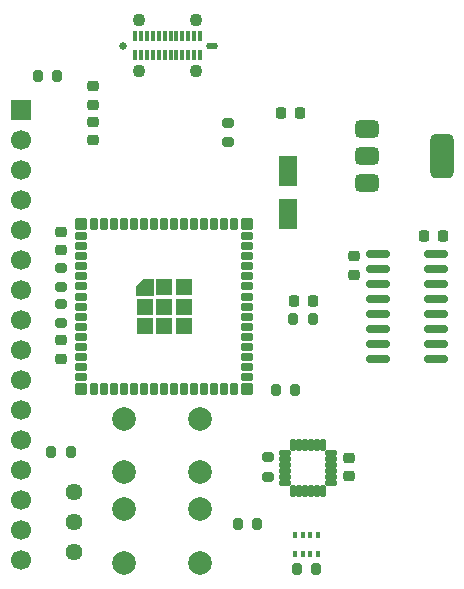
<source format=gbr>
%TF.GenerationSoftware,KiCad,Pcbnew,9.0.2*%
%TF.CreationDate,2025-06-10T14:23:58-07:00*%
%TF.ProjectId,LockerHacks Remake,4c6f636b-6572-4486-9163-6b732052656d,rev?*%
%TF.SameCoordinates,Original*%
%TF.FileFunction,Soldermask,Top*%
%TF.FilePolarity,Negative*%
%FSLAX46Y46*%
G04 Gerber Fmt 4.6, Leading zero omitted, Abs format (unit mm)*
G04 Created by KiCad (PCBNEW 9.0.2) date 2025-06-10 14:23:58*
%MOMM*%
%LPD*%
G01*
G04 APERTURE LIST*
G04 Aperture macros list*
%AMRoundRect*
0 Rectangle with rounded corners*
0 $1 Rounding radius*
0 $2 $3 $4 $5 $6 $7 $8 $9 X,Y pos of 4 corners*
0 Add a 4 corners polygon primitive as box body*
4,1,4,$2,$3,$4,$5,$6,$7,$8,$9,$2,$3,0*
0 Add four circle primitives for the rounded corners*
1,1,$1+$1,$2,$3*
1,1,$1+$1,$4,$5*
1,1,$1+$1,$6,$7*
1,1,$1+$1,$8,$9*
0 Add four rect primitives between the rounded corners*
20,1,$1+$1,$2,$3,$4,$5,0*
20,1,$1+$1,$4,$5,$6,$7,0*
20,1,$1+$1,$6,$7,$8,$9,0*
20,1,$1+$1,$8,$9,$2,$3,0*%
G04 Aperture macros list end*
%ADD10C,0.010000*%
%ADD11R,0.350000X0.500000*%
%ADD12C,1.100000*%
%ADD13R,0.300000X0.850000*%
%ADD14O,1.000000X0.580000*%
%ADD15C,0.660000*%
%ADD16RoundRect,0.200000X-0.200000X-0.275000X0.200000X-0.275000X0.200000X0.275000X-0.200000X0.275000X0*%
%ADD17RoundRect,0.200000X-0.275000X0.200000X-0.275000X-0.200000X0.275000X-0.200000X0.275000X0.200000X0*%
%ADD18RoundRect,0.375000X-0.625000X-0.375000X0.625000X-0.375000X0.625000X0.375000X-0.625000X0.375000X0*%
%ADD19RoundRect,0.500000X-0.500000X-1.400000X0.500000X-1.400000X0.500000X1.400000X-0.500000X1.400000X0*%
%ADD20RoundRect,0.150000X-0.825000X-0.150000X0.825000X-0.150000X0.825000X0.150000X-0.825000X0.150000X0*%
%ADD21RoundRect,0.102000X-0.395000X-0.140000X0.395000X-0.140000X0.395000X0.140000X-0.395000X0.140000X0*%
%ADD22RoundRect,0.102000X-0.140000X-0.395000X0.140000X-0.395000X0.140000X0.395000X-0.140000X0.395000X0*%
%ADD23RoundRect,0.102000X-0.400000X-0.400000X0.400000X-0.400000X0.400000X0.400000X-0.400000X0.400000X0*%
%ADD24RoundRect,0.102000X-0.400000X-0.200000X0.400000X-0.200000X0.400000X0.200000X-0.400000X0.200000X0*%
%ADD25RoundRect,0.102000X-0.200000X-0.400000X0.200000X-0.400000X0.200000X0.400000X-0.200000X0.400000X0*%
%ADD26RoundRect,0.102000X-0.600000X-0.600000X0.600000X-0.600000X0.600000X0.600000X-0.600000X0.600000X0*%
%ADD27C,2.000000*%
%ADD28C,1.440000*%
%ADD29RoundRect,0.200000X0.275000X-0.200000X0.275000X0.200000X-0.275000X0.200000X-0.275000X-0.200000X0*%
%ADD30R,1.700000X1.700000*%
%ADD31C,1.700000*%
%ADD32RoundRect,0.218750X-0.218750X-0.256250X0.218750X-0.256250X0.218750X0.256250X-0.218750X0.256250X0*%
%ADD33RoundRect,0.225000X0.250000X-0.225000X0.250000X0.225000X-0.250000X0.225000X-0.250000X-0.225000X0*%
%ADD34RoundRect,0.225000X-0.225000X-0.250000X0.225000X-0.250000X0.225000X0.250000X-0.225000X0.250000X0*%
%ADD35RoundRect,0.250000X-0.550000X1.050000X-0.550000X-1.050000X0.550000X-1.050000X0.550000X1.050000X0*%
G04 APERTURE END LIST*
D10*
%TO.C,U1*%
X113950000Y-86000000D02*
X112550000Y-86000000D01*
X112550000Y-85250000D01*
X113200000Y-84600000D01*
X113950000Y-84600000D01*
X113950000Y-86000000D01*
G36*
X113950000Y-86000000D02*
G01*
X112550000Y-86000000D01*
X112550000Y-85250000D01*
X113200000Y-84600000D01*
X113950000Y-84600000D01*
X113950000Y-86000000D01*
G37*
%TD*%
D11*
%TO.C,U3*%
X126000000Y-107900000D03*
X126650000Y-107900000D03*
X127300000Y-107900000D03*
X127950000Y-107900000D03*
X127950000Y-106300000D03*
X127300000Y-106300000D03*
X126650000Y-106300000D03*
X126000000Y-106300000D03*
%TD*%
D12*
%TO.C,J1*%
X117600000Y-67000000D03*
X117600000Y-62700000D03*
X112800000Y-67000000D03*
X112800000Y-62700000D03*
D13*
X112450000Y-65685000D03*
X112950000Y-65685000D03*
X113450000Y-65685000D03*
X113950000Y-65685000D03*
X114450000Y-65685000D03*
X114950000Y-65685000D03*
X115450000Y-65685000D03*
X115950000Y-65685000D03*
X116450000Y-65685000D03*
X116950000Y-65685000D03*
X117450000Y-65685000D03*
X117950000Y-65685000D03*
X117950000Y-64015000D03*
X117450000Y-64015000D03*
X116950000Y-64015000D03*
X116450000Y-64015000D03*
X115950000Y-64015000D03*
X115450000Y-64015000D03*
X114950000Y-64015000D03*
X114450000Y-64015000D03*
X113950000Y-64015000D03*
X113450000Y-64015000D03*
X112950000Y-64015000D03*
X112450000Y-64015000D03*
D14*
X118950000Y-64850000D03*
D15*
X111450000Y-64850000D03*
%TD*%
D16*
%TO.C,R8*%
X105850000Y-67400000D03*
X104200000Y-67400000D03*
%TD*%
D17*
%TO.C,R7*%
X120300000Y-73050000D03*
X120300000Y-71400000D03*
%TD*%
D18*
%TO.C,U5*%
X132100000Y-71900000D03*
X132100000Y-74200000D03*
D19*
X138400000Y-74200000D03*
D18*
X132100000Y-76500000D03*
%TD*%
D20*
%TO.C,U4*%
X133000000Y-82500000D03*
X133000000Y-83770000D03*
X133000000Y-85040000D03*
X133000000Y-86310000D03*
X133000000Y-87580000D03*
X133000000Y-88850000D03*
X133000000Y-90120000D03*
X133000000Y-91390000D03*
X137950000Y-91390000D03*
X137950000Y-90120000D03*
X137950000Y-88850000D03*
X137950000Y-87580000D03*
X137950000Y-86310000D03*
X137950000Y-85040000D03*
X137950000Y-83770000D03*
X137950000Y-82500000D03*
%TD*%
D21*
%TO.C,U2*%
X125110000Y-99350000D03*
X125110000Y-99850000D03*
X125110000Y-100350000D03*
X125110000Y-100850000D03*
X125110000Y-101350000D03*
X125110000Y-101850000D03*
D22*
X125830000Y-102570000D03*
X126330000Y-102570000D03*
X126830000Y-102570000D03*
X127330000Y-102570000D03*
X127830000Y-102570000D03*
X128330000Y-102570000D03*
D21*
X129050000Y-101850000D03*
X129050000Y-101350000D03*
X129050000Y-100850000D03*
X129050000Y-100350000D03*
X129050000Y-99850000D03*
X129050000Y-99350000D03*
D22*
X128330000Y-98630000D03*
X127830000Y-98630000D03*
X127330000Y-98630000D03*
X126830000Y-98630000D03*
X126330000Y-98630000D03*
X125830000Y-98630000D03*
%TD*%
D23*
%TO.C,U1*%
X107900000Y-79950000D03*
X107900000Y-93950000D03*
X121900000Y-79950000D03*
X121900000Y-93950000D03*
D24*
X107900000Y-81000000D03*
X107900000Y-81850000D03*
X107900000Y-82700000D03*
X107900000Y-83550000D03*
X107900000Y-84400000D03*
X107900000Y-85250000D03*
X107900000Y-86100000D03*
X107900000Y-86950000D03*
X107900000Y-87800000D03*
X107900000Y-88650000D03*
X107900000Y-89500000D03*
X107900000Y-90350000D03*
X107900000Y-91200000D03*
X107900000Y-92050000D03*
X107900000Y-92900000D03*
D25*
X108950000Y-93950000D03*
X109800000Y-93950000D03*
X110650000Y-93950000D03*
X111500000Y-93950000D03*
X112350000Y-93950000D03*
X113200000Y-93950000D03*
X114050000Y-93950000D03*
X114900000Y-93950000D03*
X115750000Y-93950000D03*
X116600000Y-93950000D03*
X117450000Y-93950000D03*
X118300000Y-93950000D03*
X119150000Y-93950000D03*
X120000000Y-93950000D03*
X120850000Y-93950000D03*
D24*
X121900000Y-92900000D03*
X121900000Y-92050000D03*
X121900000Y-91200000D03*
X121900000Y-90350000D03*
X121900000Y-89500000D03*
X121900000Y-88650000D03*
X121900000Y-87800000D03*
X121900000Y-86950000D03*
X121900000Y-86100000D03*
X121900000Y-85250000D03*
X121900000Y-84400000D03*
X121900000Y-83550000D03*
X121900000Y-82700000D03*
X121900000Y-81850000D03*
X121900000Y-81000000D03*
D25*
X120850000Y-79950000D03*
X120000000Y-79950000D03*
X119150000Y-79950000D03*
X118300000Y-79950000D03*
X117450000Y-79950000D03*
X116600000Y-79950000D03*
X115750000Y-79950000D03*
X114900000Y-79950000D03*
X114050000Y-79950000D03*
X113200000Y-79950000D03*
X112350000Y-79950000D03*
X111500000Y-79950000D03*
X110650000Y-79950000D03*
X109800000Y-79950000D03*
X108950000Y-79950000D03*
D26*
X114900000Y-86950000D03*
X114900000Y-85300000D03*
X116550000Y-85300000D03*
X116550000Y-86950000D03*
X116550000Y-88600000D03*
X114900000Y-88600000D03*
X113250000Y-88600000D03*
X113250000Y-86950000D03*
%TD*%
D27*
%TO.C,SW2*%
X111485000Y-96430000D03*
X117985000Y-96430000D03*
X111485000Y-100930000D03*
X117985000Y-100930000D03*
%TD*%
%TO.C,SW1*%
X111485000Y-104130000D03*
X117985000Y-104130000D03*
X111485000Y-108630000D03*
X117985000Y-108630000D03*
%TD*%
D28*
%TO.C,RV1*%
X107300000Y-102620000D03*
X107300000Y-105160000D03*
X107300000Y-107700000D03*
%TD*%
D16*
%TO.C,R11*%
X125837500Y-88000000D03*
X127487500Y-88000000D03*
%TD*%
D29*
%TO.C,R10*%
X106150000Y-85300000D03*
X106150000Y-83650000D03*
%TD*%
%TO.C,R6*%
X106200000Y-88350000D03*
X106200000Y-86700000D03*
%TD*%
D16*
%TO.C,R5*%
X121150000Y-105400000D03*
X122800000Y-105400000D03*
%TD*%
%TO.C,R4*%
X126150000Y-109200000D03*
X127800000Y-109200000D03*
%TD*%
%TO.C,R3*%
X124350000Y-94000000D03*
X126000000Y-94000000D03*
%TD*%
D29*
%TO.C,R2*%
X123730000Y-101355000D03*
X123730000Y-99705000D03*
%TD*%
D16*
%TO.C,R1*%
X105350000Y-99300000D03*
X107000000Y-99300000D03*
%TD*%
D30*
%TO.C,J2*%
X102800000Y-70335000D03*
D31*
X102800000Y-72875000D03*
X102800000Y-75415000D03*
X102800000Y-77955000D03*
X102800000Y-80495000D03*
X102800000Y-83035000D03*
X102800000Y-85575000D03*
X102800000Y-88115000D03*
X102800000Y-90655000D03*
X102800000Y-93195000D03*
X102800000Y-95735000D03*
X102800000Y-98275000D03*
X102800000Y-100815000D03*
X102800000Y-103355000D03*
X102800000Y-105895000D03*
X102800000Y-108435000D03*
%TD*%
D32*
%TO.C,D1*%
X125912500Y-86500000D03*
X127487500Y-86500000D03*
%TD*%
D33*
%TO.C,C12*%
X108900000Y-72875000D03*
X108900000Y-71325000D03*
%TD*%
%TO.C,C11*%
X108900000Y-69850000D03*
X108900000Y-68300000D03*
%TD*%
D34*
%TO.C,C8*%
X136950000Y-81000000D03*
X138500000Y-81000000D03*
%TD*%
D33*
%TO.C,C7*%
X131000000Y-84250000D03*
X131000000Y-82700000D03*
%TD*%
%TO.C,C6*%
X106200000Y-82200000D03*
X106200000Y-80650000D03*
%TD*%
D34*
%TO.C,C5*%
X124825000Y-70600000D03*
X126375000Y-70600000D03*
%TD*%
D33*
%TO.C,C4*%
X130530000Y-101305000D03*
X130530000Y-99755000D03*
%TD*%
D35*
%TO.C,C2*%
X125400000Y-75500000D03*
X125400000Y-79100000D03*
%TD*%
D33*
%TO.C,C1*%
X106200000Y-91350000D03*
X106200000Y-89800000D03*
%TD*%
M02*

</source>
